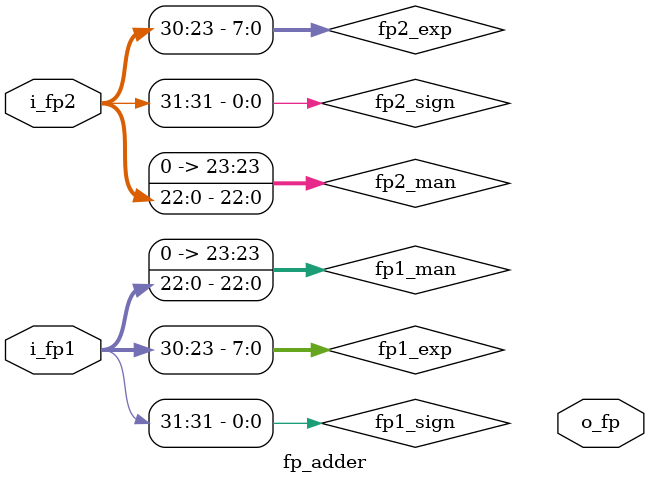
<source format=sv>

module fp_adder (
    input [32-1:0] i_fp1,
    input [32-1:0] i_fp2,
    output [32-1:0] o_fp
);
    logic fp1_sign;
    logic [7:0] fp1_exp;
    logic [23:0] fp1_man;
    logic [23:0] fp1_man_align;

    logic fp2_sign;
    logic [7:0] fp2_exp;
    logic [23:0] fp2_man;
    logic [23:0] fp2_man_align;

    logic fp_sign;
    logic [7:0] fp_exp;
    logic [22:0] fp_man;
    logic [24:0] fp_man_carry;

    logic is_fp1_infinity;
    logic is_fp2_infinity;
    logic is_fp1_denorm;
    logic is_fp2_denorm;
    logic larger_fp1_exp;

    // component slicing
    always @ (*) begin
        //fp1
        fp1_sign = i_fp1[31];
        fp1_exp = i_fp1[30:23];
        fp1_man = i_fp1[22:0];
        //fp2
        fp2_sign = i_fp2[31];
        fp2_exp = i_fp2[30:23];
        fp2_man = i_fp2[22:0];
    end

    // check special cases
    assign is_fp1_infinity = (fp1_exp == 8'b1111_1111) ? 1 : 0;
    assign is_fp1_NaN = (is_fp1_infinity && (fp1_man != 0)) ? 1 : 0;
    assign is_fp2_infinity = (fp2_exp == 8'b1111_1111) ? 1 : 0;
    assign is_fp2_NaN = (is_fp2_infinity && (fp2_man != 0)) ? 1 : 0;
    assign is_fp1_denorm = (fp1_exp == 8'b0000_0000) ? 1 : 0;
    assign is_fp2_denorm = (fp2_exp == 8'b0000_0000) ? 1 : 0;
    assign larger_fp1_exp = (fp1_exp > fp2_exp) ? 1 : 0;


    always @ (*) begin
        if(is_fp1_infinity) begin
            if(is_fp1_NaN) begin
                fp_sign = fp1_sign;
                fp_exp = fp1_exp;
                fp_man_carry = fp1_man;
            end
            else begin
                fp_sign = fp1_sign;
                fp_exp = fp1_exp;
                fp_man_carry = 0;
            end
        end
        else if(is_fp2_infinity) begin
            if(is_fp2_NaN) begin
                fp_sign = fp2_sign;
                fp_exp = fp2_exp;
                fp_man_carry = fp2_man;
            end
            else begin
                fp_sign = fp2_sign;
                fp_exp = fp2_exp;
                fp_man_carry = 0;
            end
        end
        else if(is_fp1_denorm) begin
            fp1_man_align = fp1_man >> (fp2_exp);
            if((fp1_sign == 0) && (fp2_sign == 1)) begin
                fp_sign = 1;
                fp_exp = fp2_exp;
                fp_man_carry = fp2_man - fp1_man;
            end
            else if((fp1_sign == 1) && (fp2_sign == 0)) begin

            end
            else begin
                fp_man_carry = fp2_man + fp1_man;
            end
        end
        else if(is_fp2_denorm) begin
            fp2_man_align = fp2_man >> (fp1_exp);
            //fp_man_carry = fp2_man + fp1_man;
        end
        // two normalized fp number
        else begin
            if(larger_fp1_exp) begin

            end
            else begin
            
            end
        end
    end
    
    



endmodule
</source>
